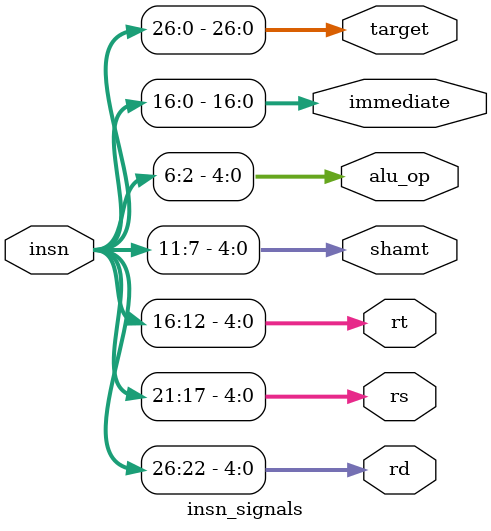
<source format=v>
module insn_signals(insn, rd, rs, rt, shamt, alu_op, immediate, target);

input [31:0] insn;

output [4:0] rd, rs, rt, shamt, alu_op;
output [16:0] immediate;
output [26:0] target;

assign rd = insn[26:22];
assign rs = insn[21:17];
assign rt = insn[16:12];

assign shamt = insn[11:7];
assign alu_op = insn[6:2];

assign immediate = insn[16:0];
assign target = insn[26:0];

endmodule
</source>
